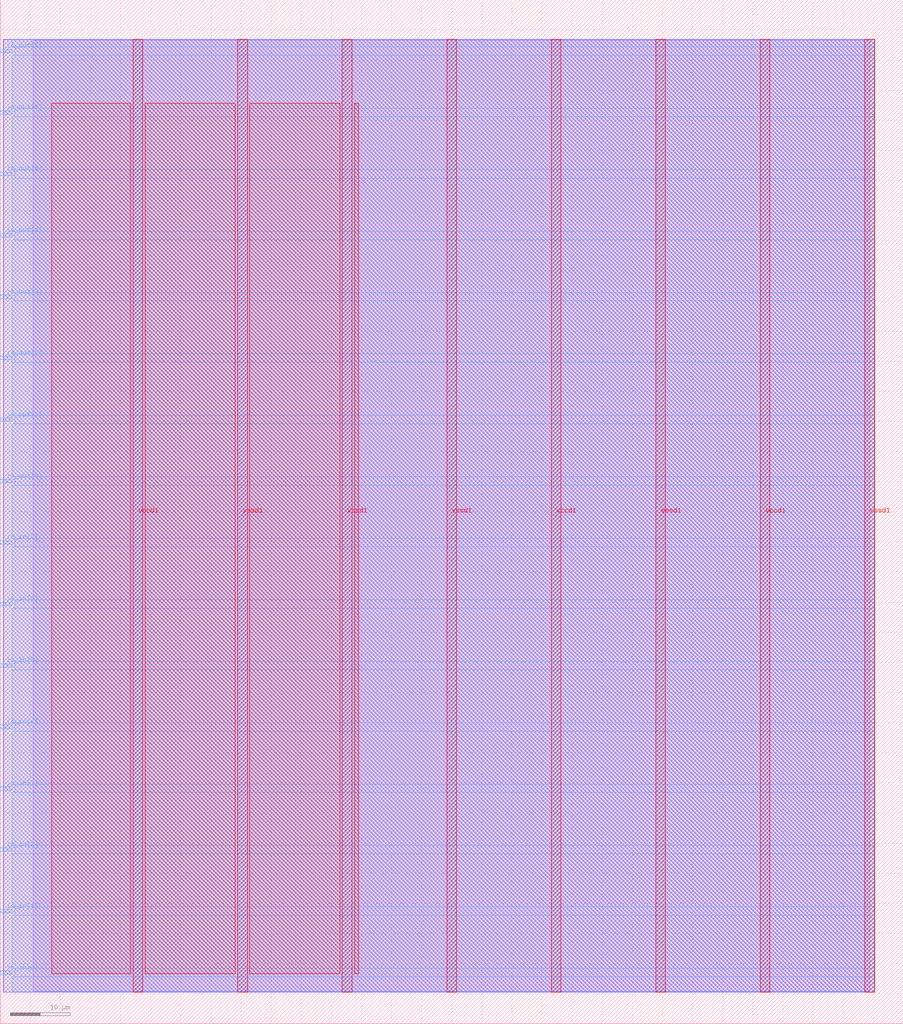
<source format=lef>
VERSION 5.7 ;
  NOWIREEXTENSIONATPIN ON ;
  DIVIDERCHAR "/" ;
  BUSBITCHARS "[]" ;
MACRO cpldcpu_MCPU5plus
  CLASS BLOCK ;
  FOREIGN cpldcpu_MCPU5plus ;
  ORIGIN 0.000 0.000 ;
  SIZE 150.000 BY 170.000 ;
  PIN io_in[0]
    DIRECTION INPUT ;
    USE SIGNAL ;
    PORT
      LAYER met3 ;
        RECT 0.000 8.200 2.000 8.800 ;
    END
  END io_in[0]
  PIN io_in[1]
    DIRECTION INPUT ;
    USE SIGNAL ;
    PORT
      LAYER met3 ;
        RECT 0.000 18.400 2.000 19.000 ;
    END
  END io_in[1]
  PIN io_in[2]
    DIRECTION INPUT ;
    USE SIGNAL ;
    PORT
      LAYER met3 ;
        RECT 0.000 28.600 2.000 29.200 ;
    END
  END io_in[2]
  PIN io_in[3]
    DIRECTION INPUT ;
    USE SIGNAL ;
    PORT
      LAYER met3 ;
        RECT 0.000 38.800 2.000 39.400 ;
    END
  END io_in[3]
  PIN io_in[4]
    DIRECTION INPUT ;
    USE SIGNAL ;
    PORT
      LAYER met3 ;
        RECT 0.000 49.000 2.000 49.600 ;
    END
  END io_in[4]
  PIN io_in[5]
    DIRECTION INPUT ;
    USE SIGNAL ;
    PORT
      LAYER met3 ;
        RECT 0.000 59.200 2.000 59.800 ;
    END
  END io_in[5]
  PIN io_in[6]
    DIRECTION INPUT ;
    USE SIGNAL ;
    PORT
      LAYER met3 ;
        RECT 0.000 69.400 2.000 70.000 ;
    END
  END io_in[6]
  PIN io_in[7]
    DIRECTION INPUT ;
    USE SIGNAL ;
    PORT
      LAYER met3 ;
        RECT 0.000 79.600 2.000 80.200 ;
    END
  END io_in[7]
  PIN io_out[0]
    DIRECTION OUTPUT TRISTATE ;
    USE SIGNAL ;
    PORT
      LAYER met3 ;
        RECT 0.000 89.800 2.000 90.400 ;
    END
  END io_out[0]
  PIN io_out[1]
    DIRECTION OUTPUT TRISTATE ;
    USE SIGNAL ;
    PORT
      LAYER met3 ;
        RECT 0.000 100.000 2.000 100.600 ;
    END
  END io_out[1]
  PIN io_out[2]
    DIRECTION OUTPUT TRISTATE ;
    USE SIGNAL ;
    PORT
      LAYER met3 ;
        RECT 0.000 110.200 2.000 110.800 ;
    END
  END io_out[2]
  PIN io_out[3]
    DIRECTION OUTPUT TRISTATE ;
    USE SIGNAL ;
    PORT
      LAYER met3 ;
        RECT 0.000 120.400 2.000 121.000 ;
    END
  END io_out[3]
  PIN io_out[4]
    DIRECTION OUTPUT TRISTATE ;
    USE SIGNAL ;
    PORT
      LAYER met3 ;
        RECT 0.000 130.600 2.000 131.200 ;
    END
  END io_out[4]
  PIN io_out[5]
    DIRECTION OUTPUT TRISTATE ;
    USE SIGNAL ;
    PORT
      LAYER met3 ;
        RECT 0.000 140.800 2.000 141.400 ;
    END
  END io_out[5]
  PIN io_out[6]
    DIRECTION OUTPUT TRISTATE ;
    USE SIGNAL ;
    PORT
      LAYER met3 ;
        RECT 0.000 151.000 2.000 151.600 ;
    END
  END io_out[6]
  PIN io_out[7]
    DIRECTION OUTPUT TRISTATE ;
    USE SIGNAL ;
    PORT
      LAYER met3 ;
        RECT 0.000 161.200 2.000 161.800 ;
    END
  END io_out[7]
  PIN vccd1
    DIRECTION INOUT ;
    USE POWER ;
    PORT
      LAYER met4 ;
        RECT 22.085 5.200 23.685 163.440 ;
    END
    PORT
      LAYER met4 ;
        RECT 56.815 5.200 58.415 163.440 ;
    END
    PORT
      LAYER met4 ;
        RECT 91.545 5.200 93.145 163.440 ;
    END
    PORT
      LAYER met4 ;
        RECT 126.275 5.200 127.875 163.440 ;
    END
  END vccd1
  PIN vssd1
    DIRECTION INOUT ;
    USE GROUND ;
    PORT
      LAYER met4 ;
        RECT 39.450 5.200 41.050 163.440 ;
    END
    PORT
      LAYER met4 ;
        RECT 74.180 5.200 75.780 163.440 ;
    END
    PORT
      LAYER met4 ;
        RECT 108.910 5.200 110.510 163.440 ;
    END
    PORT
      LAYER met4 ;
        RECT 143.640 5.200 145.240 163.440 ;
    END
  END vssd1
  OBS
      LAYER li1 ;
        RECT 5.520 5.355 144.440 163.285 ;
      LAYER met1 ;
        RECT 0.530 5.200 145.240 163.440 ;
      LAYER met2 ;
        RECT 0.560 5.255 145.210 163.385 ;
      LAYER met3 ;
        RECT 2.000 162.200 145.230 163.365 ;
        RECT 2.400 160.800 145.230 162.200 ;
        RECT 2.000 152.000 145.230 160.800 ;
        RECT 2.400 150.600 145.230 152.000 ;
        RECT 2.000 141.800 145.230 150.600 ;
        RECT 2.400 140.400 145.230 141.800 ;
        RECT 2.000 131.600 145.230 140.400 ;
        RECT 2.400 130.200 145.230 131.600 ;
        RECT 2.000 121.400 145.230 130.200 ;
        RECT 2.400 120.000 145.230 121.400 ;
        RECT 2.000 111.200 145.230 120.000 ;
        RECT 2.400 109.800 145.230 111.200 ;
        RECT 2.000 101.000 145.230 109.800 ;
        RECT 2.400 99.600 145.230 101.000 ;
        RECT 2.000 90.800 145.230 99.600 ;
        RECT 2.400 89.400 145.230 90.800 ;
        RECT 2.000 80.600 145.230 89.400 ;
        RECT 2.400 79.200 145.230 80.600 ;
        RECT 2.000 70.400 145.230 79.200 ;
        RECT 2.400 69.000 145.230 70.400 ;
        RECT 2.000 60.200 145.230 69.000 ;
        RECT 2.400 58.800 145.230 60.200 ;
        RECT 2.000 50.000 145.230 58.800 ;
        RECT 2.400 48.600 145.230 50.000 ;
        RECT 2.000 39.800 145.230 48.600 ;
        RECT 2.400 38.400 145.230 39.800 ;
        RECT 2.000 29.600 145.230 38.400 ;
        RECT 2.400 28.200 145.230 29.600 ;
        RECT 2.000 19.400 145.230 28.200 ;
        RECT 2.400 18.000 145.230 19.400 ;
        RECT 2.000 9.200 145.230 18.000 ;
        RECT 2.400 7.800 145.230 9.200 ;
        RECT 2.000 5.275 145.230 7.800 ;
      LAYER met4 ;
        RECT 8.575 8.335 21.685 152.825 ;
        RECT 24.085 8.335 39.050 152.825 ;
        RECT 41.450 8.335 56.415 152.825 ;
        RECT 58.815 8.335 59.505 152.825 ;
  END
END cpldcpu_MCPU5plus
END LIBRARY


</source>
